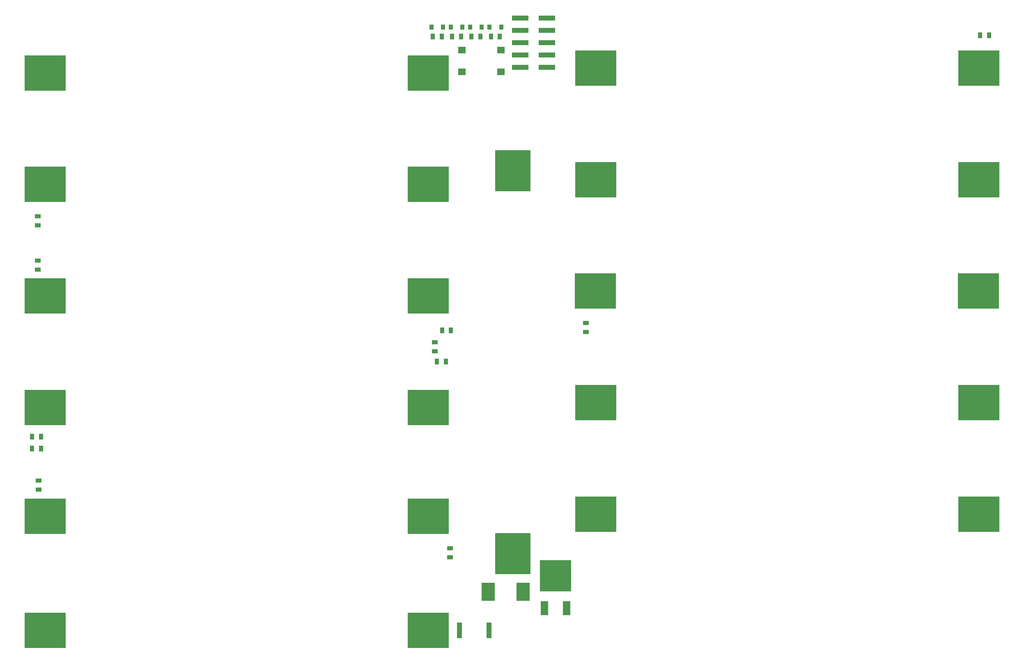
<source format=gtp>
G04*
G04 #@! TF.GenerationSoftware,Altium Limited,Altium Designer,21.0.8 (223)*
G04*
G04 Layer_Color=8421504*
%FSLAX25Y25*%
%MOIN*%
G70*
G04*
G04 #@! TF.SameCoordinates,A19D7D31-63B9-40C3-BA03-758776B81FF0*
G04*
G04*
G04 #@! TF.FilePolarity,Positive*
G04*
G01*
G75*
%ADD17R,0.33465X0.28937*%
%ADD18R,0.28937X0.33465*%
%ADD19R,0.06299X0.05512*%
%ADD20R,0.03543X0.03937*%
%ADD21R,0.03740X0.05118*%
%ADD22R,0.05118X0.03740*%
%ADD23R,0.11000X0.15000*%
%ADD24R,0.25591X0.25591*%
%ADD25R,0.06299X0.11811*%
%ADD26R,0.13780X0.03937*%
%ADD27R,0.04331X0.12992*%
D17*
X344488Y500000D02*
D03*
X33465D02*
D03*
Y409449D02*
D03*
X344488D02*
D03*
X33465Y47244D02*
D03*
X344488D02*
D03*
X480633Y503937D02*
D03*
X791657D02*
D03*
X480709Y232283D02*
D03*
X791732D02*
D03*
X33465Y139795D02*
D03*
X344488D02*
D03*
Y228346D02*
D03*
X33465D02*
D03*
X791657Y141732D02*
D03*
X480633D02*
D03*
X480315Y322835D02*
D03*
X791339D02*
D03*
X791657Y413386D02*
D03*
X480633D02*
D03*
X344488Y318898D02*
D03*
X33465D02*
D03*
D18*
X413386Y420669D02*
D03*
Y109646D02*
D03*
D19*
X372047Y518701D02*
D03*
X403543D02*
D03*
X372047Y500984D02*
D03*
X403543D02*
D03*
D20*
X372332Y537402D02*
D03*
X362883D02*
D03*
X388080D02*
D03*
X378631D02*
D03*
X356584D02*
D03*
X347135D02*
D03*
X403828D02*
D03*
X394379D02*
D03*
D21*
X379714Y529528D02*
D03*
X386998D02*
D03*
X371249D02*
D03*
X363966D02*
D03*
X348218D02*
D03*
X355502D02*
D03*
X395462D02*
D03*
X402745D02*
D03*
X363090Y290816D02*
D03*
X355807D02*
D03*
X358957Y265551D02*
D03*
X351673D02*
D03*
X30217Y204724D02*
D03*
X22933D02*
D03*
Y194882D02*
D03*
X30217D02*
D03*
X799902Y530512D02*
D03*
X792618D02*
D03*
D22*
X350000Y281201D02*
D03*
Y273917D02*
D03*
X362205Y113878D02*
D03*
Y106595D02*
D03*
X472441Y289665D02*
D03*
Y296949D02*
D03*
X27559Y376279D02*
D03*
Y383563D02*
D03*
Y347441D02*
D03*
Y340158D02*
D03*
X28254Y161713D02*
D03*
Y168996D02*
D03*
D23*
X421529Y78740D02*
D03*
X393431D02*
D03*
D24*
X447835Y91535D02*
D03*
D25*
X456890Y65354D02*
D03*
X438779D02*
D03*
D26*
X440945Y504606D02*
D03*
Y514606D02*
D03*
Y524606D02*
D03*
Y534606D02*
D03*
Y544606D02*
D03*
X419291Y504606D02*
D03*
Y514606D02*
D03*
Y524606D02*
D03*
Y534606D02*
D03*
Y544606D02*
D03*
D27*
X393898Y47244D02*
D03*
X369882D02*
D03*
M02*

</source>
